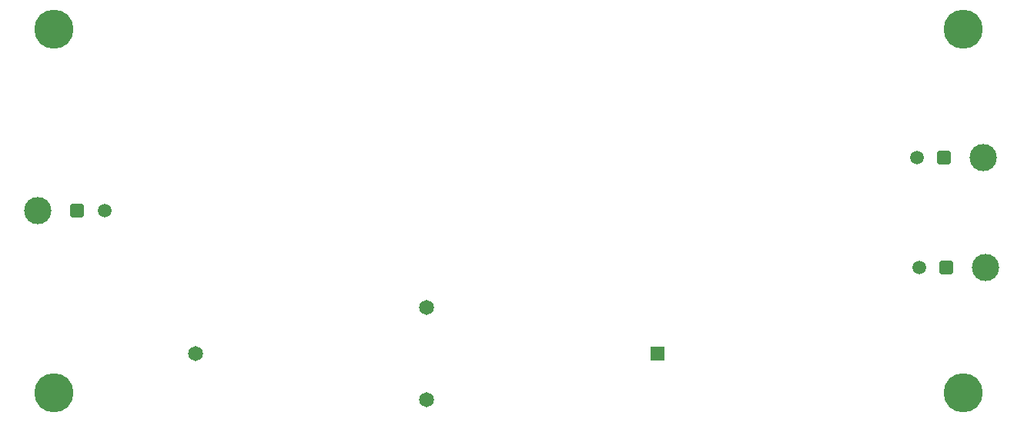
<source format=gbr>
%TF.GenerationSoftware,KiCad,Pcbnew,(6.0.7-1)-1*%
%TF.CreationDate,2022-12-11T21:31:16-05:00*%
%TF.ProjectId,ResistorNetwork,52657369-7374-46f7-924e-6574776f726b,rev?*%
%TF.SameCoordinates,Original*%
%TF.FileFunction,Soldermask,Bot*%
%TF.FilePolarity,Negative*%
%FSLAX46Y46*%
G04 Gerber Fmt 4.6, Leading zero omitted, Abs format (unit mm)*
G04 Created by KiCad (PCBNEW (6.0.7-1)-1) date 2022-12-11 21:31:16*
%MOMM*%
%LPD*%
G01*
G04 APERTURE LIST*
G04 Aperture macros list*
%AMRoundRect*
0 Rectangle with rounded corners*
0 $1 Rounding radius*
0 $2 $3 $4 $5 $6 $7 $8 $9 X,Y pos of 4 corners*
0 Add a 4 corners polygon primitive as box body*
4,1,4,$2,$3,$4,$5,$6,$7,$8,$9,$2,$3,0*
0 Add four circle primitives for the rounded corners*
1,1,$1+$1,$2,$3*
1,1,$1+$1,$4,$5*
1,1,$1+$1,$6,$7*
1,1,$1+$1,$8,$9*
0 Add four rect primitives between the rounded corners*
20,1,$1+$1,$2,$3,$4,$5,0*
20,1,$1+$1,$4,$5,$6,$7,0*
20,1,$1+$1,$6,$7,$8,$9,0*
20,1,$1+$1,$8,$9,$2,$3,0*%
G04 Aperture macros list end*
%ADD10R,1.650000X1.650000*%
%ADD11C,1.650000*%
%ADD12C,3.000000*%
%ADD13RoundRect,0.250001X0.499999X-0.499999X0.499999X0.499999X-0.499999X0.499999X-0.499999X-0.499999X0*%
%ADD14C,1.500000*%
%ADD15RoundRect,0.250001X-0.499999X0.499999X-0.499999X-0.499999X0.499999X-0.499999X0.499999X0.499999X0*%
%ADD16C,4.300000*%
G04 APERTURE END LIST*
D10*
%TO.C,K1*%
X97400000Y-68725000D03*
D11*
X46600000Y-68725000D03*
X72000000Y-63625000D03*
X72000000Y-73825000D03*
%TD*%
D12*
%TO.C,J3*%
X29265000Y-53000000D03*
D13*
X33585000Y-53000000D03*
D14*
X36585000Y-53000000D03*
%TD*%
%TO.C,J2*%
X126165000Y-59250000D03*
D15*
X129165000Y-59250000D03*
D12*
X133485000Y-59250000D03*
%TD*%
D14*
%TO.C,J1*%
X125925000Y-47120000D03*
D15*
X128925000Y-47120000D03*
D12*
X133245000Y-47120000D03*
%TD*%
D16*
%TO.C,H2*%
X131000000Y-73000000D03*
%TD*%
%TO.C,H1*%
X31000000Y-73000000D03*
%TD*%
%TO.C,H3*%
X131000000Y-33000000D03*
%TD*%
%TO.C,H4*%
X31000000Y-33000000D03*
%TD*%
M02*

</source>
